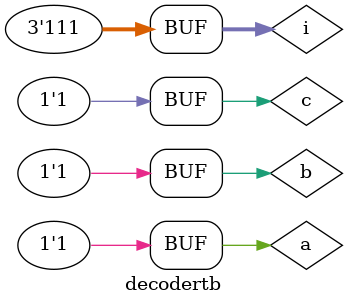
<source format=v>
module decodertb;
reg [0:2]i;
wire d0,d1,d2,d3,d4,d5,d6,d7;

not n1(i[0],~a);
not n2(i[1],~b);
not n3(i[2],~c);
and3ip and1(~a,~b,~c,d0);
and3ip and2(~a,~b,i[2]);
and3ip and3(~a,i[1],~c);
and3ip and4(~a,i[1],i[2]);
and3ip and5(i[0],~b,~c);
and3ip and6(i[0],~b,i[2]);
and3ip and7(i[0],i[1],~c);
and3ip and8(i[0],i[1],i[2]);
initial begin
$monitor(" INPUT: i= %b OUTPUT: d0 = %b d1= %b d2= %b d3= %b d4= %b d5= %b d6= %b d7= %b" 
, i,d0,d1,d2,d3,d4,d5,d6,d7);
i=3'b000;
i=3'b001;
i=3'b010;
i=3'b011;
i=3'b100;
i=3'b101;
i=3'b110;
i=3'b111;
end 
endmodule
</source>
